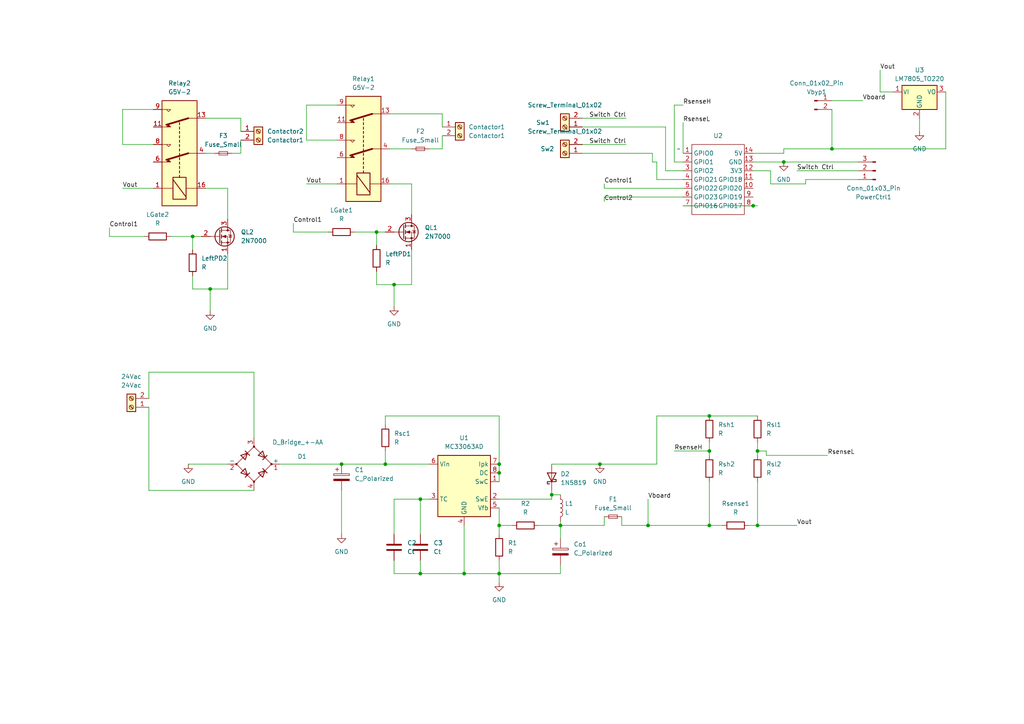
<source format=kicad_sch>
(kicad_sch (version 20230121) (generator eeschema)
  (paper "A4")
  (lib_symbols
    (symbol "Connector:Conn_01x02_Pin" (pin_names (offset 1.016) hide)
      (property "Reference" "J" (at 0 2.54 0))
      (property "Value" "Conn_01x02_Pin" (at 0 -5.08 0))
      (symbol "Conn_01x02_Pin_1_1"
        (polyline (pts (xy 1.27 -2.54) (xy 0.8636 -2.54)) (stroke (width 0.1524)))
        (polyline (pts (xy 1.27 0) (xy 0.8636 0)) (stroke (width 0.1524)))
        (rectangle (start 0.8636 -2.413) (end 0 -2.667) (stroke (width 0.1524)) (fill (type outline)))
        (rectangle (start 0.8636 0.127) (end 0 -0.127) (stroke (width 0.1524)) (fill (type outline)))
        (pin passive line (at 5.08 0 180) (length 3.81) (name "Pin_1") (number "1"))
        (pin passive line (at 5.08 -2.54 180) (length 3.81) (name "Pin_2") (number "2"))
      )
    )
    (symbol "Connector:Conn_01x03_Pin" (pin_names (offset 1.016) hide)
      (property "Reference" "J" (at 0 5.08 0))
      (property "Value" "Conn_01x03_Pin" (at 0 -5.08 0))
      (symbol "Conn_01x03_Pin_1_1"
        (polyline (pts (xy 1.27 -2.54) (xy 0.8636 -2.54)) (stroke (width 0.1524)))
        (polyline (pts (xy 1.27 0) (xy 0.8636 0)) (stroke (width 0.1524)))
        (polyline (pts (xy 1.27 2.54) (xy 0.8636 2.54)) (stroke (width 0.1524)))
        (rectangle (start 0.8636 -2.413) (end 0 -2.667) (stroke (width 0.1524)) (fill (type outline)))
        (rectangle (start 0.8636 0.127) (end 0 -0.127) (stroke (width 0.1524)) (fill (type outline)))
        (rectangle (start 0.8636 2.667) (end 0 2.413) (stroke (width 0.1524)) (fill (type outline)))
        (pin passive line (at 5.08 2.54 180) (length 3.81) (name "Pin_1") (number "1"))
        (pin passive line (at 5.08 0 180) (length 3.81) (name "Pin_2") (number "2"))
        (pin passive line (at 5.08 -2.54 180) (length 3.81) (name "Pin_3") (number "3"))
      )
    )
    (symbol "Connector:Screw_Terminal_01x02" (pin_names (offset 1.016) hide)
      (property "Reference" "J" (at 0 2.54 0))
      (property "Value" "Screw_Terminal_01x02" (at 0 -5.08 0))
      (symbol "Screw_Terminal_01x02_1_1"
        (rectangle (start -1.27 1.27) (end 1.27 -3.81) (stroke (width 0.254)) (fill (type background)))
        (circle (center 0 -2.54) (radius 0.635) (stroke (width 0.1524)))
        (polyline (pts (xy -0.5334 -2.2098) (xy 0.3302 -3.048)) (stroke (width 0.1524)))
        (polyline (pts (xy -0.5334 0.3302) (xy 0.3302 -0.508)) (stroke (width 0.1524)))
        (polyline (pts (xy -0.3556 -2.032) (xy 0.508 -2.8702)) (stroke (width 0.1524)))
        (polyline (pts (xy -0.3556 0.508) (xy 0.508 -0.3302)) (stroke (width 0.1524)))
        (circle (center 0 0) (radius 0.635) (stroke (width 0.1524)))
        (pin passive line (at -5.08 0 0) (length 3.81) (name "Pin_1") (number "1"))
        (pin passive line (at -5.08 -2.54 0) (length 3.81) (name "Pin_2") (number "2"))
      )
    )
    (symbol "Device:C" (pin_numbers hide) (pin_names (offset 0.254))
      (property "Reference" "C" (at 0.635 2.54 0))
      (property "Value" "C" (at 0.635 -2.54 0))
      (symbol "C_0_1"
        (polyline (pts (xy -2.032 -0.762) (xy 2.032 -0.762)) (stroke (width 0.508)))
        (polyline (pts (xy -2.032 0.762) (xy 2.032 0.762)) (stroke (width 0.508)))
      )
      (symbol "C_1_1"
        (pin passive line (at 0 3.81 270) (length 2.794) (name "~") (number "1"))
        (pin passive line (at 0 -3.81 90) (length 2.794) (name "~") (number "2"))
      )
    )
    (symbol "Device:C_Polarized" (pin_numbers hide) (pin_names (offset 0.254))
      (property "Reference" "C" (at 0.635 2.54 0))
      (property "Value" "C_Polarized" (at 0.635 -2.54 0))
      (symbol "C_Polarized_0_1"
        (rectangle (start -2.286 0.508) (end 2.286 1.016))
        (polyline (pts (xy -1.778 2.286) (xy -0.762 2.286)))
        (polyline (pts (xy -1.27 2.794) (xy -1.27 1.778)))
        (rectangle (start 2.286 -0.508) (end -2.286 -1.016) (fill (type outline)))
      )
      (symbol "C_Polarized_1_1"
        (pin passive line (at 0 3.81 270) (length 2.794) (name "~") (number "1"))
        (pin passive line (at 0 -3.81 90) (length 2.794) (name "~") (number "2"))
      )
    )
    (symbol "Device:D_Bridge_+-AA" (pin_names (offset 0))
      (property "Reference" "D" (at 2.54 6.985 0))
      (property "Value" "D_Bridge_+-AA" (at 2.54 5.08 0))
      (symbol "D_Bridge_+-AA_0_1"
        (circle (center -5.08 0) (radius 0.254) (fill (type outline)))
        (circle (center 0 -5.08) (radius 0.254) (fill (type outline)))
        (polyline (pts (xy -2.54 3.81) (xy -1.27 2.54)) (stroke (width 0.254)))
        (polyline (pts (xy -1.27 -2.54) (xy -2.54 -3.81)) (stroke (width 0.254)))
        (polyline (pts (xy 2.54 -1.27) (xy 3.81 -2.54)) (stroke (width 0.254)))
        (polyline (pts (xy 2.54 1.27) (xy 3.81 2.54)) (stroke (width 0.254)))
        (polyline (pts (xy -3.81 2.54) (xy -2.54 1.27) (xy -1.905 3.175) (xy -3.81 2.54)) (stroke (width 0.254)))
        (polyline (pts (xy -2.54 -1.27) (xy -3.81 -2.54) (xy -1.905 -3.175) (xy -2.54 -1.27)) (stroke (width 0.254)))
        (polyline (pts (xy 1.27 2.54) (xy 2.54 3.81) (xy 3.175 1.905) (xy 1.27 2.54)) (stroke (width 0.254)))
        (polyline (pts (xy 3.175 -1.905) (xy 1.27 -2.54) (xy 2.54 -3.81) (xy 3.175 -1.905)) (stroke (width 0.254)))
        (polyline (pts (xy -5.08 0) (xy 0 -5.08) (xy 5.08 0) (xy 0 5.08) (xy -5.08 0)))
        (circle (center 0 5.08) (radius 0.254) (fill (type outline)))
        (circle (center 5.08 0) (radius 0.254) (fill (type outline)))
      )
      (symbol "D_Bridge_+-AA_1_1"
        (pin passive line (at 7.62 0 180) (length 2.54) (name "+") (number "1"))
        (pin passive line (at -7.62 0 0) (length 2.54) (name "-") (number "2"))
        (pin passive line (at 0 7.62 270) (length 2.54) (name "~") (number "3"))
        (pin passive line (at 0 -7.62 90) (length 2.54) (name "~") (number "4"))
      )
    )
    (symbol "Device:Fuse_Small" (pin_numbers hide) (pin_names (offset 0.254) hide)
      (property "Reference" "F" (at 0 -1.524 0))
      (property "Value" "Fuse_Small" (at 0 1.524 0))
      (symbol "Fuse_Small_0_1"
        (rectangle (start -1.27 0.508) (end 1.27 -0.508))
        (polyline (pts (xy -1.27 0) (xy 1.27 0)))
      )
      (symbol "Fuse_Small_1_1"
        (pin passive line (at -2.54 0 0) (length 1.27) (name "~") (number "1"))
        (pin passive line (at 2.54 0 180) (length 1.27) (name "~") (number "2"))
      )
    )
    (symbol "Device:L" (pin_numbers hide) (pin_names (offset 1.016) hide)
      (property "Reference" "L" (at -1.27 0 90))
      (property "Value" "L" (at 1.905 0 90))
      (symbol "L_0_1"
        (arc (start 0 -2.54) (mid 0.6323 -1.905) (end 0 -1.27))
        (arc (start 0 -1.27) (mid 0.6323 -0.635) (end 0 0))
        (arc (start 0 0) (mid 0.6323 0.635) (end 0 1.27))
        (arc (start 0 1.27) (mid 0.6323 1.905) (end 0 2.54))
      )
      (symbol "L_1_1"
        (pin passive line (at 0 3.81 270) (length 1.27) (name "1") (number "1"))
        (pin passive line (at 0 -3.81 90) (length 1.27) (name "2") (number "2"))
      )
    )
    (symbol "Device:R" (pin_numbers hide) (pin_names (offset 0))
      (property "Reference" "R" (at 2.032 0 90))
      (property "Value" "R" (at 0 0 90))
      (symbol "R_0_1"
        (rectangle (start -1.016 -2.54) (end 1.016 2.54) (stroke (width 0.254)))
      )
      (symbol "R_1_1"
        (pin passive line (at 0 3.81 270) (length 1.27) (name "~") (number "1"))
        (pin passive line (at 0 -3.81 90) (length 1.27) (name "~") (number "2"))
      )
    )
    (symbol "Diode:1N5819" (pin_numbers hide) (pin_names (offset 1.016) hide)
      (property "Reference" "D" (at 0 2.54 0))
      (property "Value" "1N5819" (at 0 -2.54 0))
      (symbol "1N5819_0_1"
        (polyline (pts (xy 1.27 0) (xy -1.27 0)))
        (polyline (pts (xy 1.27 1.27) (xy 1.27 -1.27) (xy -1.27 0) (xy 1.27 1.27)) (stroke (width 0.254)))
        (polyline (pts (xy -1.905 0.635) (xy -1.905 1.27) (xy -1.27 1.27) (xy -1.27 -1.27) (xy -0.635 -1.27) (xy -0.635 -0.635)) (stroke (width 0.254)))
      )
      (symbol "1N5819_1_1"
        (pin passive line (at -3.81 0 0) (length 2.54) (name "K") (number "1"))
        (pin passive line (at 3.81 0 180) (length 2.54) (name "A") (number "2"))
      )
    )
    (symbol "Regulator_Linear:LM7805_TO220" (pin_names (offset 0.254))
      (property "Reference" "U" (at -3.81 3.175 0))
      (property "Value" "LM7805_TO220" (at 0 3.175 0))
      (symbol "LM7805_TO220_0_1"
        (rectangle (start -5.08 1.905) (end 5.08 -5.08) (stroke (width 0.254)) (fill (type background)))
      )
      (symbol "LM7805_TO220_1_1"
        (pin power_in line (at -7.62 0 0) (length 2.54) (name "VI") (number "1"))
        (pin power_in line (at 0 -7.62 90) (length 2.54) (name "GND") (number "2"))
        (pin power_out line (at 7.62 0 180) (length 2.54) (name "VO") (number "3"))
      )
    )
    (symbol "Regulator_Switching:MC33063AD"
      (property "Reference" "U" (at -7.62 8.89 0))
      (property "Value" "MC33063AD" (at 0 8.89 0))
      (symbol "MC33063AD_0_1"
        (rectangle (start -7.62 7.62) (end 7.62 -10.16) (stroke (width 0.254)) (fill (type background)))
      )
      (symbol "MC33063AD_1_1"
        (pin open_collector line (at 10.16 0 180) (length 2.54) (name "SwC") (number "1"))
        (pin open_emitter line (at 10.16 -5.08 180) (length 2.54) (name "SwE") (number "2"))
        (pin passive line (at -10.16 -5.08 0) (length 2.54) (name "TC") (number "3"))
        (pin power_in line (at 0 -12.7 90) (length 2.54) (name "GND") (number "4"))
        (pin input line (at 10.16 -7.62 180) (length 2.54) (name "Vfb") (number "5"))
        (pin power_in line (at -10.16 5.08 0) (length 2.54) (name "Vin") (number "6"))
        (pin input line (at 10.16 5.08 180) (length 2.54) (name "Ipk") (number "7"))
        (pin open_collector line (at 10.16 2.54 180) (length 2.54) (name "DC") (number "8"))
      )
    )
    (symbol "Relay:G5V-2"
      (property "Reference" "K" (at 16.51 3.81 0))
      (property "Value" "G5V-2" (at 16.51 1.27 0))
      (symbol "G5V-2_0_1"
        (rectangle (start -15.24 5.08) (end 15.24 -5.08) (stroke (width 0.254)) (fill (type background)))
        (rectangle (start -13.335 1.905) (end -6.985 -1.905) (stroke (width 0.254)))
        (polyline (pts (xy -12.7 -1.905) (xy -7.62 1.905)) (stroke (width 0.254)))
        (polyline (pts (xy -10.16 -5.08) (xy -10.16 -1.905)))
        (polyline (pts (xy -10.16 5.08) (xy -10.16 1.905)))
        (polyline (pts (xy -6.985 0) (xy -6.35 0)) (stroke (width 0.254)))
        (polyline (pts (xy -5.715 0) (xy -5.08 0)) (stroke (width 0.254)))
        (polyline (pts (xy -4.445 0) (xy -3.81 0)) (stroke (width 0.254)))
        (polyline (pts (xy -3.175 0) (xy -2.54 0)) (stroke (width 0.254)))
        (polyline (pts (xy -1.905 0) (xy -1.27 0)) (stroke (width 0.254)))
        (polyline (pts (xy -0.635 0) (xy 0 0)) (stroke (width 0.254)))
        (polyline (pts (xy 0 -2.54) (xy -1.905 3.81)) (stroke (width 0.508)))
        (polyline (pts (xy 0 -2.54) (xy 0 -5.08)))
        (polyline (pts (xy 0.635 0) (xy 1.27 0)) (stroke (width 0.254)))
        (polyline (pts (xy 1.905 0) (xy 2.54 0)) (stroke (width 0.254)))
        (polyline (pts (xy 3.175 0) (xy 3.81 0)) (stroke (width 0.254)))
        (polyline (pts (xy 4.445 0) (xy 5.08 0)) (stroke (width 0.254)))
        (polyline (pts (xy 5.715 0) (xy 6.35 0)) (stroke (width 0.254)))
        (polyline (pts (xy 6.985 0) (xy 7.62 0)) (stroke (width 0.254)))
        (polyline (pts (xy 8.255 0) (xy 8.89 0)) (stroke (width 0.254)))
        (polyline (pts (xy 10.16 -2.54) (xy 8.255 3.81)) (stroke (width 0.508)))
        (polyline (pts (xy 10.16 -2.54) (xy 10.16 -5.08)))
        (polyline (pts (xy -2.54 5.08) (xy -2.54 2.54) (xy -1.905 3.175) (xy -2.54 3.81)) (fill (type outline)))
        (polyline (pts (xy 2.54 5.08) (xy 2.54 2.54) (xy 1.905 3.175) (xy 2.54 3.81)))
        (polyline (pts (xy 7.62 5.08) (xy 7.62 2.54) (xy 8.255 3.175) (xy 7.62 3.81)) (fill (type outline)))
        (polyline (pts (xy 12.7 5.08) (xy 12.7 2.54) (xy 12.065 3.175) (xy 12.7 3.81)))
      )
      (symbol "G5V-2_1_1"
        (pin passive line (at -10.16 7.62 270) (length 2.54) (name "~") (number "1"))
        (pin passive line (at 7.62 7.62 270) (length 2.54) (name "~") (number "11"))
        (pin passive line (at 10.16 -7.62 90) (length 2.54) (name "~") (number "13"))
        (pin passive line (at -10.16 -7.62 90) (length 2.54) (name "~") (number "16"))
        (pin passive line (at 0 -7.62 90) (length 2.54) (name "~") (number "4"))
        (pin passive line (at -2.54 7.62 270) (length 2.54) (name "~") (number "6"))
        (pin passive line (at 2.54 7.62 270) (length 2.54) (name "~") (number "8"))
        (pin passive line (at 12.7 7.62 270) (length 2.54) (name "~") (number "9"))
      )
    )
    (symbol "Transistor_FET:2N7000" (pin_names hide)
      (property "Reference" "Q" (at 5.08 1.905 0))
      (property "Value" "2N7000" (at 5.08 0 0))
      (symbol "2N7000_0_1"
        (polyline (pts (xy 0.254 0) (xy -2.54 0)))
        (polyline (pts (xy 0.254 1.905) (xy 0.254 -1.905)) (stroke (width 0.254)))
        (polyline (pts (xy 0.762 -1.27) (xy 0.762 -2.286)) (stroke (width 0.254)))
        (polyline (pts (xy 0.762 0.508) (xy 0.762 -0.508)) (stroke (width 0.254)))
        (polyline (pts (xy 0.762 2.286) (xy 0.762 1.27)) (stroke (width 0.254)))
        (polyline (pts (xy 2.54 2.54) (xy 2.54 1.778)))
        (polyline (pts (xy 2.54 -2.54) (xy 2.54 0) (xy 0.762 0)))
        (polyline (pts (xy 0.762 -1.778) (xy 3.302 -1.778) (xy 3.302 1.778) (xy 0.762 1.778)))
        (polyline (pts (xy 1.016 0) (xy 2.032 0.381) (xy 2.032 -0.381) (xy 1.016 0)) (fill (type outline)))
        (polyline (pts (xy 2.794 0.508) (xy 2.921 0.381) (xy 3.683 0.381) (xy 3.81 0.254)))
        (polyline (pts (xy 3.302 0.381) (xy 2.921 -0.254) (xy 3.683 -0.254) (xy 3.302 0.381)))
        (circle (center 1.651 0) (radius 2.794) (stroke (width 0.254)))
        (circle (center 2.54 -1.778) (radius 0.254) (fill (type outline)))
        (circle (center 2.54 1.778) (radius 0.254) (fill (type outline)))
      )
      (symbol "2N7000_1_1"
        (pin passive line (at 2.54 -5.08 90) (length 2.54) (name "S") (number "1"))
        (pin input line (at -5.08 0 0) (length 2.54) (name "G") (number "2"))
        (pin passive line (at 2.54 5.08 270) (length 2.54) (name "D") (number "3"))
      )
    )
    (symbol "XIAO_C6_1"
      (property "Reference" "U" (at 0 0 0))
      (symbol "XIAO_C6_1_0_1"
        (rectangle (start 3.81 1.27) (end 19.05 -19.05))
      )
      (symbol "XIAO_C6_1_1_1"
        (pin bidirectional line (at 1.27 -1.27 0) (length 2.54) (name "GPIO0") (number "1"))
        (pin bidirectional line (at 21.59 -11.43 180) (length 2.54) (name "GPIO20") (number "10"))
        (pin bidirectional line (at 21.59 -8.89 180) (length 2.54) (name "GPIO18") (number "11"))
        (pin bidirectional line (at 21.59 -6.35 180) (length 2.54) (name "3V3") (number "12"))
        (pin bidirectional line (at 21.59 -3.81 180) (length 2.54) (name "GND") (number "13"))
        (pin bidirectional line (at 21.59 -1.27 180) (length 2.54) (name "5V") (number "14"))
        (pin bidirectional line (at 1.27 -3.81 0) (length 2.54) (name "GPIO1") (number "2"))
        (pin bidirectional line (at 1.27 -6.35 0) (length 2.54) (name "GPIO2") (number "3"))
        (pin bidirectional line (at 1.27 -8.89 0) (length 2.54) (name "GPIO21") (number "4"))
        (pin bidirectional line (at 1.27 -11.43 0) (length 2.54) (name "GPIO22") (number "5"))
        (pin bidirectional line (at 1.27 -13.97 0) (length 2.54) (name "GPIO23") (number "6"))
        (pin bidirectional line (at 1.27 -16.51 0) (length 2.54) (name "GPIO16") (number "7"))
        (pin bidirectional line (at 21.59 -16.51 180) (length 2.54) (name "GPIO17") (number "8"))
        (pin bidirectional line (at 21.59 -13.97 180) (length 2.54) (name "GPIO19") (number "9"))
      )
    )
    (symbol "power:GND" (power) (pin_names (offset 0))
      (property "Value" "GND" (at 0 -3.81 0))
      (symbol "GND_0_1"
        (polyline (pts (xy 0 0) (xy 0 -1.27) (xy 1.27 -1.27) (xy 0 -2.54) (xy -1.27 -1.27) (xy 0 -1.27)))
      )
      (symbol "GND_1_1"
        (pin power_in line (at 0 0 270) (length 0) hide (name "GND") (number "1"))
      )
    )
  )
  (junction (at 219.71 152.4))
  (junction (at 241.3 43.18))
  (junction (at 114.3 82.55))
  (junction (at 205.74 120.65))
  (junction (at 227.33 46.99))
  (junction (at 205.74 152.4))
  (junction (at 173.99 134.62))
  (junction (at 109.22 67.31))
  (junction (at 144.78 134.62))
  (junction (at 121.92 166.37))
  (junction (at 162.56 152.4))
  (junction (at 111.76 134.62))
  (junction (at 99.06 134.62))
  (junction (at 60.96 83.82))
  (junction (at 187.96 152.4))
  (junction (at 121.92 144.78))
  (junction (at 144.78 152.4))
  (junction (at 218.44 59.69))
  (junction (at 134.62 166.37))
  (junction (at 205.74 130.81))
  (junction (at 219.71 130.81))
  (junction (at 55.88 68.58))
  (junction (at 160.02 143.51))
  (junction (at 144.78 166.37))
  (junction (at 144.78 137.16))
  (wire (pts (xy 255.27 26.67) (xy 255.27 20.32)))
  (wire (pts (xy 113.03 53.34) (xy 119.38 53.34)))
  (wire (pts (xy 219.71 130.81) (xy 219.71 132.08)))
  (wire (pts (xy 111.76 120.65) (xy 111.76 123.19)))
  (wire (pts (xy 195.58 30.48) (xy 198.12 30.48)))
  (wire (pts (xy 35.56 31.75) (xy 44.45 31.75)))
  (wire (pts (xy 198.12 52.07) (xy 190.5 52.07)))
  (wire (pts (xy 223.52 53.34) (xy 233.68 53.34)))
  (wire (pts (xy 205.74 120.65) (xy 219.71 120.65)))
  (wire (pts (xy 227.33 43.18) (xy 227.33 44.45)))
  (wire (pts (xy 193.04 36.83) (xy 193.04 49.53)))
  (wire (pts (xy 190.5 134.62) (xy 173.99 134.62)))
  (wire (pts (xy 198.12 59.69) (xy 208.28 59.69)))
  (wire (pts (xy 219.71 128.27) (xy 219.71 130.81)))
  (wire (pts (xy 162.56 152.4) (xy 162.56 156.21)))
  (wire (pts (xy 69.85 34.29) (xy 69.85 38.1)))
  (wire (pts (xy 49.53 68.58) (xy 55.88 68.58)))
  (wire (pts (xy 66.04 54.61) (xy 66.04 63.5)))
  (wire (pts (xy 222.25 130.81) (xy 219.71 130.81)))
  (wire (pts (xy 219.71 59.69) (xy 218.44 59.69)))
  (wire (pts (xy 223.52 49.53) (xy 223.52 53.34)))
  (wire (pts (xy 81.28 134.62) (xy 99.06 134.62)))
  (wire (pts (xy 144.78 162.56) (xy 144.78 166.37)))
  (wire (pts (xy 175.26 152.4) (xy 162.56 152.4)))
  (wire (pts (xy 54.61 134.62) (xy 66.04 134.62)))
  (wire (pts (xy 119.38 72.39) (xy 119.38 82.55)))
  (wire (pts (xy 222.25 132.08) (xy 222.25 130.81)))
  (wire (pts (xy 109.22 78.74) (xy 109.22 82.55)))
  (wire (pts (xy 195.58 46.99) (xy 195.58 30.48)))
  (wire (pts (xy 218.44 46.99) (xy 227.33 46.99)))
  (wire (pts (xy 134.62 166.37) (xy 144.78 166.37)))
  (wire (pts (xy 205.74 152.4) (xy 209.55 152.4)))
  (wire (pts (xy 210.82 59.69) (xy 218.44 59.69)))
  (wire (pts (xy 144.78 166.37) (xy 162.56 166.37)))
  (wire (pts (xy 43.18 118.11) (xy 43.18 142.24)))
  (wire (pts (xy 168.91 36.83) (xy 193.04 36.83)))
  (wire (pts (xy 189.23 46.99) (xy 189.23 44.45)))
  (wire (pts (xy 99.06 134.62) (xy 111.76 134.62)))
  (wire (pts (xy 162.56 151.13) (xy 162.56 152.4)))
  (wire (pts (xy 156.21 152.4) (xy 162.56 152.4)))
  (wire (pts (xy 88.9 30.48) (xy 97.79 30.48)))
  (wire (pts (xy 109.22 67.31) (xy 109.22 71.12)))
  (wire (pts (xy 35.56 54.61) (xy 44.45 54.61)))
  (wire (pts (xy 231.14 49.53) (xy 248.92 49.53)))
  (wire (pts (xy 144.78 134.62) (xy 144.78 137.16)))
  (wire (pts (xy 255.27 26.67) (xy 259.08 26.67)))
  (wire (pts (xy 85.09 67.31) (xy 95.25 67.31)))
  (wire (pts (xy 59.69 44.45) (xy 62.23 44.45)))
  (wire (pts (xy 233.68 52.07) (xy 233.68 53.34)))
  (wire (pts (xy 121.92 144.78) (xy 124.46 144.78)))
  (wire (pts (xy 218.44 49.53) (xy 223.52 49.53)))
  (wire (pts (xy 121.92 166.37) (xy 134.62 166.37)))
  (wire (pts (xy 219.71 139.7) (xy 219.71 152.4)))
  (wire (pts (xy 198.12 35.56) (xy 198.12 44.45)))
  (wire (pts (xy 69.85 44.45) (xy 69.85 40.64)))
  (wire (pts (xy 266.7 34.29) (xy 266.7 38.1)))
  (wire (pts (xy 102.87 67.31) (xy 109.22 67.31)))
  (wire (pts (xy 219.71 152.4) (xy 231.14 152.4)))
  (wire (pts (xy 241.3 29.21) (xy 250.19 29.21)))
  (wire (pts (xy 114.3 162.56) (xy 114.3 166.37)))
  (wire (pts (xy 113.03 43.18) (xy 119.38 43.18)))
  (wire (pts (xy 180.34 152.4) (xy 187.96 152.4)))
  (wire (pts (xy 134.62 152.4) (xy 134.62 166.37)))
  (wire (pts (xy 66.04 83.82) (xy 60.96 83.82)))
  (wire (pts (xy 114.3 82.55) (xy 109.22 82.55)))
  (wire (pts (xy 88.9 40.64) (xy 88.9 30.48)))
  (wire (pts (xy 190.5 46.99) (xy 189.23 46.99)))
  (wire (pts (xy 31.75 68.58) (xy 41.91 68.58)))
  (wire (pts (xy 205.74 139.7) (xy 205.74 152.4)))
  (wire (pts (xy 198.12 49.53) (xy 193.04 49.53)))
  (wire (pts (xy 218.44 44.45) (xy 227.33 44.45)))
  (wire (pts (xy 205.74 128.27) (xy 205.74 130.81)))
  (wire (pts (xy 241.3 31.75) (xy 241.3 43.18)))
  (wire (pts (xy 175.26 149.86) (xy 175.26 152.4)))
  (wire (pts (xy 114.3 154.94) (xy 114.3 144.78)))
  (wire (pts (xy 60.96 83.82) (xy 55.88 83.82)))
  (wire (pts (xy 144.78 134.62) (xy 144.78 120.65)))
  (wire (pts (xy 144.78 152.4) (xy 144.78 154.94)))
  (wire (pts (xy 43.18 107.95) (xy 73.66 107.95)))
  (wire (pts (xy 168.91 44.45) (xy 189.23 44.45)))
  (wire (pts (xy 187.96 152.4) (xy 205.74 152.4)))
  (wire (pts (xy 187.96 144.78) (xy 187.96 152.4)))
  (wire (pts (xy 144.78 147.32) (xy 144.78 152.4)))
  (wire (pts (xy 43.18 115.57) (xy 43.18 107.95)))
  (wire (pts (xy 144.78 166.37) (xy 144.78 168.91)))
  (wire (pts (xy 119.38 82.55) (xy 114.3 82.55)))
  (wire (pts (xy 55.88 68.58) (xy 58.42 68.58)))
  (wire (pts (xy 55.88 68.58) (xy 55.88 72.39)))
  (wire (pts (xy 190.5 120.65) (xy 190.5 134.62)))
  (wire (pts (xy 128.27 33.02) (xy 128.27 36.83)))
  (wire (pts (xy 181.61 34.29) (xy 168.91 34.29)))
  (wire (pts (xy 43.18 142.24) (xy 73.66 142.24)))
  (wire (pts (xy 241.3 43.18) (xy 274.32 43.18)))
  (wire (pts (xy 160.02 142.24) (xy 160.02 143.51)))
  (wire (pts (xy 59.69 34.29) (xy 69.85 34.29)))
  (wire (pts (xy 190.5 46.99) (xy 190.5 52.07)))
  (wire (pts (xy 198.12 54.61) (xy 175.26 54.61)))
  (wire (pts (xy 160.02 143.51) (xy 160.02 144.78)))
  (wire (pts (xy 128.27 43.18) (xy 128.27 39.37)))
  (wire (pts (xy 144.78 144.78) (xy 160.02 144.78)))
  (wire (pts (xy 180.34 149.86) (xy 180.34 152.4)))
  (wire (pts (xy 60.96 83.82) (xy 60.96 90.17)))
  (wire (pts (xy 160.02 134.62) (xy 173.99 134.62)))
  (wire (pts (xy 44.45 41.91) (xy 35.56 41.91)))
  (wire (pts (xy 88.9 53.34) (xy 97.79 53.34)))
  (wire (pts (xy 144.78 152.4) (xy 148.59 152.4)))
  (wire (pts (xy 121.92 154.94) (xy 121.92 144.78)))
  (wire (pts (xy 114.3 144.78) (xy 121.92 144.78)))
  (wire (pts (xy 67.31 44.45) (xy 69.85 44.45)))
  (wire (pts (xy 162.56 143.51) (xy 160.02 143.51)))
  (wire (pts (xy 274.32 43.18) (xy 274.32 26.67)))
  (wire (pts (xy 97.79 40.64) (xy 88.9 40.64)))
  (wire (pts (xy 175.26 58.42) (xy 175.26 57.15)))
  (wire (pts (xy 55.88 80.01) (xy 55.88 83.82)))
  (wire (pts (xy 205.74 120.65) (xy 190.5 120.65)))
  (wire (pts (xy 227.33 46.99) (xy 248.92 46.99)))
  (wire (pts (xy 119.38 53.34) (xy 119.38 62.23)))
  (wire (pts (xy 113.03 33.02) (xy 128.27 33.02)))
  (wire (pts (xy 144.78 137.16) (xy 144.78 139.7)))
  (wire (pts (xy 217.17 152.4) (xy 219.71 152.4)))
  (wire (pts (xy 111.76 130.81) (xy 111.76 134.62)))
  (wire (pts (xy 205.74 130.81) (xy 205.74 132.08)))
  (wire (pts (xy 114.3 82.55) (xy 114.3 88.9)))
  (wire (pts (xy 181.61 41.91) (xy 168.91 41.91)))
  (wire (pts (xy 109.22 67.31) (xy 111.76 67.31)))
  (wire (pts (xy 59.69 54.61) (xy 66.04 54.61)))
  (wire (pts (xy 111.76 134.62) (xy 124.46 134.62)))
  (wire (pts (xy 99.06 142.24) (xy 99.06 154.94)))
  (wire (pts (xy 144.78 120.65) (xy 111.76 120.65)))
  (wire (pts (xy 114.3 166.37) (xy 121.92 166.37)))
  (wire (pts (xy 198.12 46.99) (xy 195.58 46.99)))
  (wire (pts (xy 85.09 64.77) (xy 85.09 67.31)))
  (wire (pts (xy 66.04 73.66) (xy 66.04 83.82)))
  (wire (pts (xy 162.56 163.83) (xy 162.56 166.37)))
  (wire (pts (xy 240.03 132.08) (xy 222.25 132.08)))
  (wire (pts (xy 124.46 43.18) (xy 128.27 43.18)))
  (wire (pts (xy 241.3 43.18) (xy 227.33 43.18)))
  (wire (pts (xy 175.26 57.15) (xy 198.12 57.15)))
  (wire (pts (xy 121.92 162.56) (xy 121.92 166.37)))
  (wire (pts (xy 175.26 54.61) (xy 175.26 53.34)))
  (wire (pts (xy 35.56 41.91) (xy 35.56 31.75)))
  (wire (pts (xy 31.75 66.04) (xy 31.75 68.58)))
  (wire (pts (xy 73.66 107.95) (xy 73.66 127)))
  (wire (pts (xy 195.58 130.81) (xy 205.74 130.81)))
  (wire (pts (xy 233.68 52.07) (xy 248.92 52.07)))
  (label "Control1" (at 31.75 66.04 0))
  (label "Switch Ctrl" (at 231.14 49.53 0))
  (label "Switch Ctrl" (at 181.61 41.91 180))
  (label "Control1" (at 85.09 64.77 0))
  (label "RsenseH" (at 198.12 30.48 0))
  (label "Switch Ctrl" (at 181.61 34.29 180))
  (label "Vout" (at 255.27 20.32 0))
  (label "RsenseL" (at 198.12 35.56 0))
  (label "Vout" (at 88.9 53.34 0))
  (label "RsenseL" (at 240.03 132.08 0))
  (label "Control2" (at 175.26 58.42 0))
  (label "Vboard" (at 250.19 29.21 0))
  (label "Vboard" (at 187.96 144.78 0))
  (label "Vout" (at 35.56 54.61 0))
  (label "Control1" (at 175.26 53.34 0))
  (label "RsenseH" (at 195.58 130.81 0))
  (label "Vout" (at 231.14 152.4 0))
  (symbol (lib_id "Device:R") (at 205.74 135.89 0) (unit 1)
    (property "Reference" "Rsh2" (at 208.28 134.62 0) (effects (justify left)))
    (property "Value" "R" (at 208.28 137.16 0) (effects (justify left)))
    (property "Footprint" "Resistor_SMD:R_0603_1608Metric_Pad0.98x0.95mm_HandSolder" (effects hide))
  )
  (symbol (lib_id "Device:C") (at 114.3 158.75 0) (unit 1)
    (property "Reference" "C2" (at 118.11 157.48 0) (effects (justify left)))
    (property "Value" "Ct" (at 118.11 160.02 0) (effects (justify left)))
    (property "Footprint" "Capacitor_SMD:C_0603_1608Metric_Pad1.08x0.95mm_HandSolder" (effects hide))
  )
  (symbol (lib_id "Device:C") (at 121.92 158.75 0) (unit 1)
    (property "Reference" "C3" (at 125.73 157.48 0) (effects (justify left)))
    (property "Value" "Ct" (at 125.73 160.02 0) (effects (justify left)))
    (property "Footprint" "Capacitor_THT:C_Rect_L4.0mm_W2.5mm_P2.50mm" (effects hide))
  )
  (symbol (lib_id "Relay:G5V-2") (at 105.41 43.18 90) (unit 1)
    (property "Reference" "Relay1" (at 105.41 22.86 90))
    (property "Value" "G5V-2" (at 105.41 25.4 90))
    (property "Footprint" "Relay_THT:Relay_DPDT_Omron_G5V-2" (effects hide))
    (property "Datasheet" "http://omronfs.omron.com/en_US/ecb/products/pdf/en-g5v_2.pdf" (effects hide))
  )
  (symbol (lib_id "Connector:Conn_01x03_Pin") (at 254 49.53 180) (unit 1)
    (property "Reference" "PowerCtrl1" (at 253.365 57.15 0))
    (property "Value" "Conn_01x03_Pin" (at 253.365 54.61 0))
    (property "Footprint" "Connector_PinHeader_2.54mm:PinHeader_1x03_P2.54mm_Vertical" (effects hide))
  )
  (symbol (lib_id "power:GND") (at 54.61 134.62 0) (unit 1)
    (property "Reference" "#PWR01" (effects hide))
    (property "Value" "GND" (at 54.61 139.7 0))
  )
  (symbol (lib_id "Connector:Screw_Terminal_01x02") (at 163.83 44.45 180) (unit 1)
    (property "Reference" "Sw2" (at 158.75 43.18 0))
    (property "Value" "Screw_Terminal_01x02" (at 163.83 38.1 0))
    (property "Footprint" "Relay_parts:CONN_1985195" (effects hide))
  )
  (symbol (lib_id "Device:Fuse_Small") (at 121.92 43.18 0) (unit 1)
    (property "Reference" "F2" (at 121.92 38.1 0))
    (property "Value" "Fuse_Small" (at 121.92 40.64 0))
    (property "Footprint" "Fuse:Fuseholder_Clip-5x20mm_Keystone_3512P_Inline_P23.62x7.27mm_D1.02x2.41x1.02x1.57mm_Horizontal" (effects hide))
  )
  (symbol (lib_id "Device:R") (at 219.71 135.89 0) (unit 1)
    (property "Reference" "Rsl2" (at 222.25 134.62 0) (effects (justify left)))
    (property "Value" "R" (at 222.25 137.16 0) (effects (justify left)))
    (property "Footprint" "Resistor_SMD:R_0603_1608Metric_Pad0.98x0.95mm_HandSolder" (effects hide))
  )
  (symbol (lib_id "Device:R") (at 152.4 152.4 90) (unit 1)
    (property "Reference" "R2" (at 152.4 146.05 90))
    (property "Value" "R" (at 152.4 148.59 90))
    (property "Footprint" "Resistor_THT:R_Axial_DIN0207_L6.3mm_D2.5mm_P10.16mm_Horizontal" (effects hide))
  )
  (symbol (lib_id "Device:R") (at 144.78 158.75 0) (unit 1)
    (property "Reference" "R1" (at 147.32 157.48 0) (effects (justify left)))
    (property "Value" "R" (at 147.32 160.02 0) (effects (justify left)))
    (property "Footprint" "Resistor_THT:R_Axial_DIN0207_L6.3mm_D2.5mm_P10.16mm_Horizontal" (effects hide))
  )
  (symbol (lib_id "power:GND") (at 114.3 88.9 0) (unit 1)
    (property "Reference" "#PWR05" (effects hide))
    (property "Value" "GND" (at 114.3 93.98 0))
  )
  (symbol (lib_id "Connector:Screw_Terminal_01x02") (at 163.83 36.83 180) (unit 1)
    (property "Reference" "Sw1" (at 157.48 35.56 0))
    (property "Value" "Screw_Terminal_01x02" (at 163.83 30.48 0))
    (property "Footprint" "Relay_parts:CONN_1985195" (effects hide))
  )
  (symbol (lib_id "Device:L") (at 162.56 147.32 0) (unit 1)
    (property "Reference" "L1" (at 163.83 146.05 0) (effects (justify left)))
    (property "Value" "L" (at 163.83 148.59 0) (effects (justify left)))
    (property "Footprint" "Inductor_THT:L_Axial_L16.0mm_D7.5mm_P7.62mm_Vertical_Fastron_XHBCC" (effects hide))
  )
  (symbol (lib_id "Device:C_Polarized") (at 99.06 138.43 0) (unit 1)
    (property "Reference" "C1" (at 102.87 136.271 0) (effects (justify left)))
    (property "Value" "C_Polarized" (at 102.87 138.811 0) (effects (justify left)))
    (property "Footprint" "Capacitor_THT:CP_Radial_D8.0mm_P2.50mm" (effects hide))
  )
  (symbol (lib_id "Regulator_Linear:LM7805_TO220") (at 266.7 26.67 0) (unit 1)
    (property "Reference" "U3" (at 266.7 20.32 0))
    (property "Value" "LM7805_TO220" (at 266.7 22.86 0))
    (property "Footprint" "Package_TO_SOT_THT:TO-220-3_Vertical" (effects hide))
    (property "Datasheet" "https://www.onsemi.cn/PowerSolutions/document/MC7800-D.PDF" (effects hide))
  )
  (symbol (lib_id "Device:R") (at 213.36 152.4 90) (unit 1)
    (property "Reference" "Rsense1" (at 213.36 146.05 90))
    (property "Value" "R" (at 213.36 148.59 90))
    (property "Footprint" "Resistor_THT:R_Axial_DIN0414_L11.9mm_D4.5mm_P15.24mm_Horizontal" (effects hide))
  )
  (symbol (lib_id "Device:C_Polarized") (at 162.56 160.02 0) (unit 1)
    (property "Reference" "Co1" (at 166.37 157.861 0) (effects (justify left)))
    (property "Value" "C_Polarized" (at 166.37 160.401 0) (effects (justify left)))
    (property "Footprint" "Capacitor_THT:CP_Radial_D8.0mm_P3.80mm" (effects hide))
  )
  (symbol (lib_id "Connector:Conn_01x02_Pin") (at 236.22 29.21 0) (unit 1)
    (property "Reference" "Vbyp1" (at 236.855 26.67 0))
    (property "Value" "Conn_01x02_Pin" (at 236.855 24.13 0))
    (property "Footprint" "Connector_PinHeader_2.54mm:PinHeader_1x02_P2.54mm_Vertical" (effects hide))
  )
  (symbol (lib_id "Device:R") (at 219.71 124.46 0) (unit 1)
    (property "Reference" "Rsl1" (at 222.25 123.19 0) (effects (justify left)))
    (property "Value" "R" (at 222.25 125.73 0) (effects (justify left)))
    (property "Footprint" "Resistor_SMD:R_0603_1608Metric_Pad0.98x0.95mm_HandSolder" (effects hide))
  )
  (symbol (lib_id "Device:Fuse_Small") (at 177.8 149.86 0) (unit 1)
    (property "Reference" "F1" (at 177.8 144.78 0))
    (property "Value" "Fuse_Small" (at 177.8 147.32 0))
    (property "Footprint" "Fuse:Fuseholder_Clip-5x20mm_Keystone_3512P_Inline_P23.62x7.27mm_D1.02x2.41x1.02x1.57mm_Horizontal" (effects hide))
  )
  (symbol (lib_id "Connector:Screw_Terminal_01x02") (at 74.93 38.1 0) (unit 1)
    (property "Reference" "Contactor2" (at 77.47 38.1 0) (effects (justify left)))
    (property "Value" "Contactor1" (at 77.47 40.64 0) (effects (justify left)))
    (property "Footprint" "TerminalBlock:TerminalBlock_Altech_AK300-2_P5.00mm" (effects hide))
  )
  (symbol (lib_id "Transistor_FET:2N7000") (at 63.5 68.58 0) (unit 1)
    (property "Reference" "QL2" (at 69.85 67.31 0) (effects (justify left)))
    (property "Value" "2N7000" (at 69.85 69.85 0) (effects (justify left)))
    (property "Footprint" "Package_TO_SOT_THT:TO-92_Inline" (effects hide))
    (property "Datasheet" "https://www.vishay.com/docs/70226/70226.pdf" (effects hide))
  )
  (symbol (lib_id "Regulator_Switching:MC33063AD") (at 134.62 139.7 0) (unit 1)
    (property "Reference" "U1" (at 134.62 127 0))
    (property "Value" "MC33063AD" (at 134.62 129.54 0))
    (property "Footprint" "Package_SO:SOIC-8_3.9x4.9mm_P1.27mm" (effects hide))
    (property "Datasheet" "http://www.onsemi.com/pub_link/Collateral/MC34063A-D.PDF" (effects hide))
  )
  (symbol (lib_id "Transistor_FET:2N7000") (at 116.84 67.31 0) (unit 1)
    (property "Reference" "QL1" (at 123.19 66.04 0) (effects (justify left)))
    (property "Value" "2N7000" (at 123.19 68.58 0) (effects (justify left)))
    (property "Footprint" "Package_TO_SOT_THT:TO-92_Inline" (effects hide))
    (property "Datasheet" "https://www.vishay.com/docs/70226/70226.pdf" (effects hide))
  )
  (symbol (lib_id "power:GND") (at 60.96 90.17 0) (unit 1)
    (property "Reference" "#PWR06" (effects hide))
    (property "Value" "GND" (at 60.96 95.25 0))
  )
  (symbol (lib_id "Relay:G5V-2") (at 52.07 44.45 90) (unit 1)
    (property "Reference" "Relay2" (at 52.07 24.13 90))
    (property "Value" "G5V-2" (at 52.07 26.67 90))
    (property "Footprint" "Relay_THT:Relay_DPDT_Omron_G5V-2" (effects hide))
    (property "Datasheet" "http://omronfs.omron.com/en_US/ecb/products/pdf/en-g5v_2.pdf" (effects hide))
  )
  (symbol (lib_id "Connector:Screw_Terminal_01x02") (at 38.1 118.11 180) (unit 1)
    (property "Reference" "24Vac" (at 38.1 109.22 0))
    (property "Value" "24Vac" (at 38.1 111.76 0))
    (property "Footprint" "TerminalBlock:TerminalBlock_Altech_AK300-2_P5.00mm" (effects hide))
  )
  (symbol (lib_id "Connector:Screw_Terminal_01x02") (at 133.35 36.83 0) (unit 1)
    (property "Reference" "Contactor1" (at 135.89 36.83 0) (effects (justify left)))
    (property "Value" "Contactor1" (at 135.89 39.37 0) (effects (justify left)))
    (property "Footprint" "TerminalBlock:TerminalBlock_Altech_AK300-2_P5.00mm" (effects hide))
  )
  (symbol (lib_id "power:GND") (at 144.78 168.91 0) (unit 1)
    (property "Reference" "#PWR03" (effects hide))
    (property "Value" "GND" (at 144.78 173.99 0))
  )
  (symbol (lib_id "power:GND") (at 266.7 38.1 0) (unit 1)
    (property "Reference" "#PWR010" (effects hide))
    (property "Value" "GND" (at 266.7 43.18 0))
  )
  (symbol (lib_id "Device:R") (at 111.76 127 0) (unit 1)
    (property "Reference" "Rsc1" (at 114.3 125.73 0) (effects (justify left)))
    (property "Value" "R" (at 114.3 128.27 0) (effects (justify left)))
    (property "Footprint" "Resistor_THT:R_Axial_DIN0411_L9.9mm_D3.6mm_P12.70mm_Horizontal" (effects hide))
  )
  (symbol (lib_id "power:GND") (at 99.06 154.94 0) (unit 1)
    (property "Reference" "#PWR02" (effects hide))
    (property "Value" "GND" (at 99.06 160.02 0))
  )
  (symbol (lib_id "power:GND") (at 227.33 46.99 0) (unit 1)
    (property "Reference" "#PWR09" (effects hide))
    (property "Value" "GND" (at 227.33 52.07 0))
  )
  (symbol (lib_id "Device:R") (at 55.88 76.2 0) (unit 1)
    (property "Reference" "LeftPD2" (at 58.42 74.93 0) (effects (justify left)))
    (property "Value" "R" (at 58.42 77.47 0) (effects (justify left)))
    (property "Footprint" "Resistor_THT:R_Axial_DIN0207_L6.3mm_D2.5mm_P7.62mm_Horizontal" (effects hide))
  )
  (symbol (lib_id "Device:D_Bridge_+-AA") (at 73.66 134.62 0) (unit 1)
    (property "Reference" "D1" (at 87.63 132.4041 0))
    (property "Value" "D_Bridge_+-AA" (at 86.36 128.27 0))
    (property "Footprint" "CustomParts:DB_M" (effects hide))
  )
  (symbol (lib_id "power:GND") (at 173.99 134.62 0) (unit 1)
    (property "Reference" "#PWR04" (effects hide))
    (property "Value" "GND" (at 173.99 139.7 0))
  )
  (symbol (lib_id "Device:R") (at 99.06 67.31 90) (unit 1)
    (property "Reference" "LGate1" (at 99.06 60.96 90))
    (property "Value" "R" (at 99.06 63.5 90))
    (property "Footprint" "Resistor_THT:R_Axial_DIN0207_L6.3mm_D2.5mm_P7.62mm_Horizontal" (effects hide))
  )
  (symbol (lib_id "Device:Fuse_Small") (at 64.77 44.45 0) (unit 1)
    (property "Reference" "F3" (at 64.77 39.37 0))
    (property "Value" "Fuse_Small" (at 64.77 41.91 0))
    (property "Footprint" "Fuse:Fuseholder_Clip-5x20mm_Keystone_3512P_Inline_P23.62x7.27mm_D1.02x2.41x1.02x1.57mm_Horizontal" (effects hide))
  )
  (symbol (lib_id "Device:R") (at 205.74 124.46 0) (unit 1)
    (property "Reference" "Rsh1" (at 208.28 123.19 0) (effects (justify left)))
    (property "Value" "R" (at 208.28 125.73 0) (effects (justify left)))
    (property "Footprint" "Resistor_SMD:R_0603_1608Metric_Pad0.98x0.95mm_HandSolder" (effects hide))
  )
  (symbol (lib_name "XIAO_C6_1") (lib_id "Seeed_Studio_XIAO_Series:XIAO_C6") (at 196.85 43.18 0) (unit 1)
    (property "Reference" "U2" (at 208.28 39.37 0))
    (property "Value" "~" (at 196.85 43.18 0))
    (property "Footprint" "Seeed Studio XIAO Series Library:XIAO-Generic-Thruhole-14P-2.54-21X17.8MM" (effects hide))
  )
  (symbol (lib_id "Device:R") (at 109.22 74.93 0) (unit 1)
    (property "Reference" "LeftPD1" (at 111.76 73.66 0) (effects (justify left)))
    (property "Value" "R" (at 111.76 76.2 0) (effects (justify left)))
    (property "Footprint" "Resistor_THT:R_Axial_DIN0207_L6.3mm_D2.5mm_P7.62mm_Horizontal" (effects hide))
  )
  (symbol (lib_id "Device:R") (at 45.72 68.58 90) (unit 1)
    (property "Reference" "LGate2" (at 45.72 62.23 90))
    (property "Value" "R" (at 45.72 64.77 90))
    (property "Footprint" "Resistor_THT:R_Axial_DIN0207_L6.3mm_D2.5mm_P7.62mm_Horizontal" (effects hide))
  )
  (symbol (lib_id "Diode:1N5819") (at 160.02 138.43 90) (unit 1)
    (property "Reference" "D2" (at 162.56 137.4775 90) (effects (justify right)))
    (property "Value" "1N5819" (at 162.56 140.0175 90) (effects (justify right)))
    (property "Footprint" "Diode_THT:D_DO-41_SOD81_P10.16mm_Horizontal" (effects hide))
    (property "Datasheet" "http://www.vishay.com/docs/88525/1n5817.pdf" (effects hide))
  )
)
</source>
